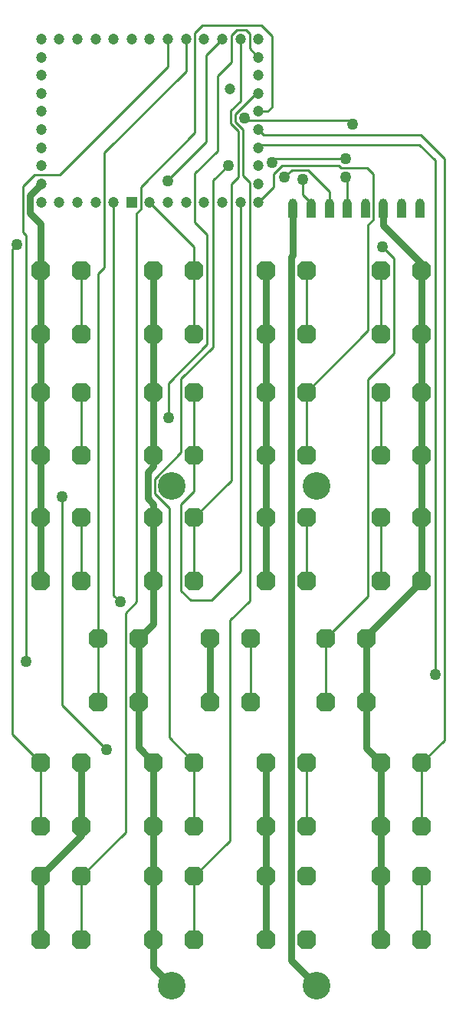
<source format=gtl>
%FSLAX25Y25*%
%MOIN*%
G70*
G01*
G75*
G04 Layer_Physical_Order=1*
G04 Layer_Color=255*
%ADD10R,0.03937X0.05906*%
%ADD11C,0.01000*%
%ADD12C,0.03000*%
%ADD13C,0.04724*%
%ADD14R,0.04724X0.04724*%
%ADD15C,0.12000*%
G04:AMPARAMS|DCode=16|XSize=82.68mil|YSize=82.68mil|CornerRadius=0mil|HoleSize=0mil|Usage=FLASHONLY|Rotation=90.000|XOffset=0mil|YOffset=0mil|HoleType=Round|Shape=Octagon|*
%AMOCTAGOND16*
4,1,8,0.02067,0.04134,-0.02067,0.04134,-0.04134,0.02067,-0.04134,-0.02067,-0.02067,-0.04134,0.02067,-0.04134,0.04134,-0.02067,0.04134,0.02067,0.02067,0.04134,0.0*
%
%ADD16OCTAGOND16*%

%ADD17C,0.03937*%
%ADD18C,0.05000*%
D10*
X128087Y359969D02*
D03*
X135961D02*
D03*
X143835D02*
D03*
X151709D02*
D03*
X159583D02*
D03*
X167457D02*
D03*
X175331D02*
D03*
X183205D02*
D03*
D11*
X113067Y363854D02*
X119557Y370344D01*
Y375969D01*
X27813Y144995D02*
X46999Y125809D01*
X27813Y144995D02*
Y235796D01*
X101052Y397969D02*
X104329Y394692D01*
Y374811D02*
Y394692D01*
X101287Y371769D02*
X104329Y374811D01*
X103052Y398797D02*
X106329Y395521D01*
Y375208D02*
Y395521D01*
Y375208D02*
X109187Y372350D01*
Y190369D02*
Y372350D01*
X105193Y407790D02*
Y434721D01*
X101052Y397969D02*
Y403649D01*
X105193Y407790D01*
X103052Y402111D02*
X112040Y411099D01*
X103052Y398797D02*
Y402111D01*
X112040Y411099D02*
X113067D01*
X108294Y399213D02*
X152479D01*
X107052Y400454D02*
X108294Y399213D01*
X152479D02*
X153930Y397762D01*
X115479Y392938D02*
X183617D01*
X113067Y395350D02*
X115479Y392938D01*
X114311Y388720D02*
X183136D01*
X183617Y392938D02*
X193887Y382669D01*
Y129813D02*
Y382669D01*
X183136Y388720D02*
X189887Y381969D01*
Y158294D02*
Y381969D01*
X118930Y405162D02*
Y436126D01*
X116993Y403225D02*
X118930Y405162D01*
X148963Y378720D02*
X160236D01*
X163087Y375869D01*
X120652Y382720D02*
X151064D01*
X118930Y380998D02*
X120652Y382720D01*
X148080Y379603D02*
X148963Y378720D01*
X113067Y387476D02*
X114311Y388720D01*
X123192Y379603D02*
X148080D01*
X119557Y375969D02*
X123192Y379603D01*
X134696Y377603D02*
X143835Y368464D01*
X127517Y377603D02*
X134696D01*
X124483Y374569D02*
X127517Y377603D01*
X26787Y375669D02*
X73697Y422579D01*
X15587Y375669D02*
X26787D01*
X73697Y422579D02*
Y434721D01*
X46087Y385269D02*
X81571Y420753D01*
Y434721D01*
X101287Y424669D02*
Y436283D01*
X95287Y418669D02*
X101287Y424669D01*
X88801Y440583D02*
X114473D01*
X95287Y386115D02*
Y418669D01*
X114473Y440583D02*
X118930Y436126D01*
X151138Y374720D02*
X151709Y374149D01*
Y363469D02*
Y374149D01*
X11887Y164169D02*
Y349369D01*
X10687Y350569D02*
X11887Y349369D01*
X10687Y350569D02*
Y370769D01*
X5887Y343369D02*
X7887Y345369D01*
X5887Y132509D02*
Y343369D01*
Y132509D02*
X18314Y120083D01*
X73725Y373068D02*
Y373506D01*
X90387Y390169D01*
X183205Y359969D02*
Y363468D01*
X183205Y363469D01*
X175331Y359969D02*
Y363468D01*
X175331Y363469D01*
X74187Y131048D02*
X85152Y120083D01*
X74187Y131048D02*
Y230827D01*
X67830Y237183D02*
X74187Y230827D01*
X67830Y237183D02*
Y243412D01*
X79487Y255069D01*
Y286869D01*
X93387Y300769D01*
Y373302D01*
X99853Y379769D01*
X184157Y120083D02*
X193887Y129813D01*
X113067Y403225D02*
X116993D01*
X85487Y437269D02*
X88801Y440583D01*
X85487Y393869D02*
Y437269D01*
X61887Y370269D02*
X85487Y393869D01*
X61887Y360769D02*
Y370269D01*
X60087Y358969D02*
X61887Y360769D01*
X60087Y189869D02*
Y358969D01*
X55187Y184969D02*
X60087Y189869D01*
X55187Y89704D02*
Y184969D01*
X36030Y70547D02*
X55187Y89704D01*
X50075Y192680D02*
X52887Y189869D01*
X50075Y192680D02*
Y363854D01*
X143835Y363469D02*
Y368464D01*
X90387Y390169D02*
Y427788D01*
X97319Y434721D01*
X166987Y344369D02*
X172087Y339269D01*
Y298069D02*
Y339269D01*
X160787Y286769D02*
X172087Y298069D01*
X160787Y192420D02*
Y286769D01*
X142409Y174043D02*
X160787Y192420D01*
X10687Y370769D02*
X15587Y375669D01*
X109187Y430727D02*
X113067Y426847D01*
X109187Y430727D02*
Y436983D01*
X107587Y438583D02*
X109187Y436983D01*
X103587Y438583D02*
X107587D01*
X101287Y436283D02*
X103587Y438583D01*
X85487Y376315D02*
X95287Y386115D01*
X85487Y355069D02*
Y376315D01*
Y355069D02*
X90787Y349769D01*
Y301969D02*
Y349769D01*
X73987Y285169D02*
X90787Y301969D01*
X73987Y270169D02*
Y285169D01*
X163087Y356169D02*
Y375869D01*
X160787Y353869D02*
X163087Y356169D01*
X160787Y307921D02*
Y353869D01*
X134047Y281182D02*
X160787Y307921D01*
X132287Y367143D02*
X135961Y363469D01*
X132287Y367143D02*
Y373569D01*
X85152Y226704D02*
X101287Y242838D01*
Y371769D01*
X85152Y70547D02*
X100787Y86182D01*
Y181969D01*
X109187Y190369D01*
X105193Y203275D02*
Y363854D01*
X92587Y190669D02*
X105193Y203275D01*
X83587Y190669D02*
X92587D01*
X79487Y194769D02*
X83587Y190669D01*
X79487Y194769D02*
Y232369D01*
X85152Y238034D01*
Y253622D01*
Y333971D02*
Y344525D01*
X65823Y363854D02*
X85152Y344525D01*
X43259Y174043D02*
Y332540D01*
X46087Y335369D01*
Y385269D01*
X18314Y92523D02*
Y120083D01*
X85152Y92523D02*
Y120083D01*
X134047Y92523D02*
Y120083D01*
X184157Y92523D02*
Y120083D01*
X36030Y42988D02*
Y70547D01*
X85152Y42988D02*
Y70547D01*
X184157Y42988D02*
Y70547D01*
X143835Y359969D02*
Y363469D01*
X135961Y359969D02*
Y363469D01*
X151709Y359969D02*
Y363469D01*
X36030Y306411D02*
Y333971D01*
X85152Y306411D02*
Y333971D01*
X134047Y306411D02*
Y333971D01*
X166440Y306411D02*
Y333971D01*
X36030Y253622D02*
Y281182D01*
X85152Y253622D02*
Y281182D01*
X134047Y253622D02*
Y281182D01*
X166440Y253622D02*
Y281182D01*
X36030Y199144D02*
Y226704D01*
X85152Y199144D02*
Y226704D01*
X134047Y199144D02*
Y226704D01*
X166440Y199144D02*
Y226704D01*
X43259Y146484D02*
Y174043D01*
X109731Y146484D02*
Y174043D01*
X142409Y146484D02*
Y174043D01*
D12*
X128087Y340569D02*
Y359969D01*
X127387Y339869D02*
X128087Y340569D01*
X184157Y333971D02*
Y337024D01*
X160126Y126397D02*
Y146484D01*
Y126397D02*
X166440Y120083D01*
X36030Y88264D02*
Y92523D01*
X18314Y70547D02*
X36030Y88264D01*
X67436Y30862D02*
Y42988D01*
Y30862D02*
X75330Y22967D01*
X60975Y126543D02*
Y146484D01*
Y126543D02*
X67436Y120083D01*
Y180503D02*
Y199144D01*
X60975Y174043D02*
X67436Y180503D01*
X167457Y353724D02*
Y359969D01*
Y353724D02*
X184157Y337024D01*
X127387Y33903D02*
Y339869D01*
Y33903D02*
X138322Y22967D01*
X67436Y249080D02*
Y253622D01*
X64830Y246474D02*
X67436Y249080D01*
X64830Y235001D02*
Y246474D01*
Y235001D02*
X67436Y232396D01*
Y226704D02*
Y232396D01*
X18314Y333971D02*
Y354342D01*
X13687Y358969D02*
X18314Y354342D01*
X13687Y358969D02*
Y366836D01*
X18579Y371728D01*
X128087Y359969D02*
Y363469D01*
X167457Y359969D02*
Y363469D01*
X184157Y306411D02*
Y333971D01*
Y281182D02*
Y306411D01*
Y199144D02*
Y226704D01*
Y253622D02*
Y281182D01*
Y226704D02*
Y253622D01*
X166440Y42988D02*
Y70547D01*
Y92523D02*
Y120083D01*
Y70547D02*
Y92523D01*
X160126Y146484D02*
Y174043D01*
X18314Y199144D02*
Y226704D01*
Y253622D01*
Y306411D02*
Y333971D01*
Y253622D02*
Y281182D01*
Y306411D01*
X116331D02*
Y333971D01*
Y281182D02*
Y306411D01*
Y199144D02*
Y226704D01*
Y253622D02*
Y281182D01*
Y226704D02*
Y253622D01*
Y92523D02*
Y120083D01*
Y42988D02*
Y70547D01*
Y92523D01*
X18314Y42988D02*
Y70547D01*
X36030Y92523D02*
Y120083D01*
X67436Y92523D02*
Y120083D01*
Y42988D02*
Y70547D01*
Y92523D01*
X92015Y146484D02*
Y174043D01*
X60975Y146484D02*
Y174043D01*
X67436Y306411D02*
Y333971D01*
Y281182D02*
Y306411D01*
Y199144D02*
Y226704D01*
Y253622D02*
Y281182D01*
X160126Y174043D02*
Y175113D01*
X184157Y199144D01*
D13*
X18579Y363854D02*
D03*
Y371728D02*
D03*
Y379602D02*
D03*
Y387476D02*
D03*
Y395350D02*
D03*
Y403225D02*
D03*
Y411099D02*
D03*
Y418973D02*
D03*
Y426847D02*
D03*
Y434721D02*
D03*
X113067D02*
D03*
Y363854D02*
D03*
X105193D02*
D03*
X97319D02*
D03*
X89445D02*
D03*
X81571D02*
D03*
X73697D02*
D03*
X65823D02*
D03*
X113067Y371728D02*
D03*
Y379602D02*
D03*
Y387476D02*
D03*
Y395350D02*
D03*
Y403225D02*
D03*
Y411099D02*
D03*
Y418973D02*
D03*
Y426847D02*
D03*
X100520Y413189D02*
D03*
X105193Y434721D02*
D03*
X97319D02*
D03*
X89445D02*
D03*
X81571D02*
D03*
X73697D02*
D03*
X65823D02*
D03*
X57949D02*
D03*
X50075D02*
D03*
X42201D02*
D03*
X34327D02*
D03*
X26453D02*
D03*
Y363854D02*
D03*
X34327D02*
D03*
X42201D02*
D03*
X50075D02*
D03*
D14*
X57949D02*
D03*
D15*
X138322Y240290D02*
D03*
Y22967D02*
D03*
X75330D02*
D03*
Y240290D02*
D03*
D16*
X184157Y42988D02*
D03*
X166440D02*
D03*
X184157Y70547D02*
D03*
X166440D02*
D03*
X85152Y42988D02*
D03*
X67436D02*
D03*
X85152Y70547D02*
D03*
X67436D02*
D03*
X18314Y120083D02*
D03*
X36030D02*
D03*
X18314Y92523D02*
D03*
X36030D02*
D03*
X134047Y199144D02*
D03*
X116331D02*
D03*
X134047Y226704D02*
D03*
X116331D02*
D03*
X85152Y253622D02*
D03*
X67436D02*
D03*
X85152Y281182D02*
D03*
X67436D02*
D03*
X36030Y306411D02*
D03*
X18314D02*
D03*
X36030Y333971D02*
D03*
X18314D02*
D03*
X134047Y42988D02*
D03*
X116331D02*
D03*
X134047Y70547D02*
D03*
X116331D02*
D03*
X85152Y92523D02*
D03*
X67436D02*
D03*
X85152Y120083D02*
D03*
X67436D02*
D03*
X166440Y226704D02*
D03*
X184157D02*
D03*
X166440Y199144D02*
D03*
X184157D02*
D03*
X134047Y253622D02*
D03*
X116331D02*
D03*
X134047Y281182D02*
D03*
X116331D02*
D03*
X85152Y306411D02*
D03*
X67436D02*
D03*
X85152Y333971D02*
D03*
X67436D02*
D03*
X134047Y92523D02*
D03*
X116331D02*
D03*
X134047Y120083D02*
D03*
X116331D02*
D03*
X43259Y174043D02*
D03*
X60975D02*
D03*
X43259Y146484D02*
D03*
X60975D02*
D03*
X166440Y281182D02*
D03*
X184157D02*
D03*
X166440Y253622D02*
D03*
X184157D02*
D03*
X134047Y306411D02*
D03*
X116331D02*
D03*
X134047Y333971D02*
D03*
X116331D02*
D03*
X184157Y92523D02*
D03*
X166440D02*
D03*
X184157Y120083D02*
D03*
X166440D02*
D03*
X109731Y146484D02*
D03*
X92015D02*
D03*
X109731Y174043D02*
D03*
X92015D02*
D03*
X36030Y199144D02*
D03*
X18314D02*
D03*
X36030Y226704D02*
D03*
X18314D02*
D03*
X166440Y333971D02*
D03*
X184157D02*
D03*
X166440Y306411D02*
D03*
X184157D02*
D03*
X36030Y42988D02*
D03*
X18314D02*
D03*
X36030Y70547D02*
D03*
X18314D02*
D03*
X142409Y174043D02*
D03*
X160126D02*
D03*
X142409Y146484D02*
D03*
X160126D02*
D03*
X85152Y199144D02*
D03*
X67436D02*
D03*
X85152Y226704D02*
D03*
X67436D02*
D03*
X36030Y253622D02*
D03*
X18314D02*
D03*
X36030Y281182D02*
D03*
X18314D02*
D03*
D17*
X183205Y363469D02*
D03*
X175331D02*
D03*
X167457D02*
D03*
X159583D02*
D03*
X151709D02*
D03*
X143835D02*
D03*
X135961D02*
D03*
X128087D02*
D03*
D18*
X46999Y125809D02*
D03*
X27813Y235796D02*
D03*
X153930Y397762D02*
D03*
X107052Y400454D02*
D03*
X151064Y382720D02*
D03*
X118930Y380998D02*
D03*
X151138Y374720D02*
D03*
X73725Y373068D02*
D03*
X99853Y379769D02*
D03*
X52887Y189869D02*
D03*
X124483Y374569D02*
D03*
X166987Y344369D02*
D03*
X7887Y345369D02*
D03*
X11887Y164169D02*
D03*
X73987Y270169D02*
D03*
X132287Y373569D02*
D03*
X189887Y158294D02*
D03*
M02*

</source>
